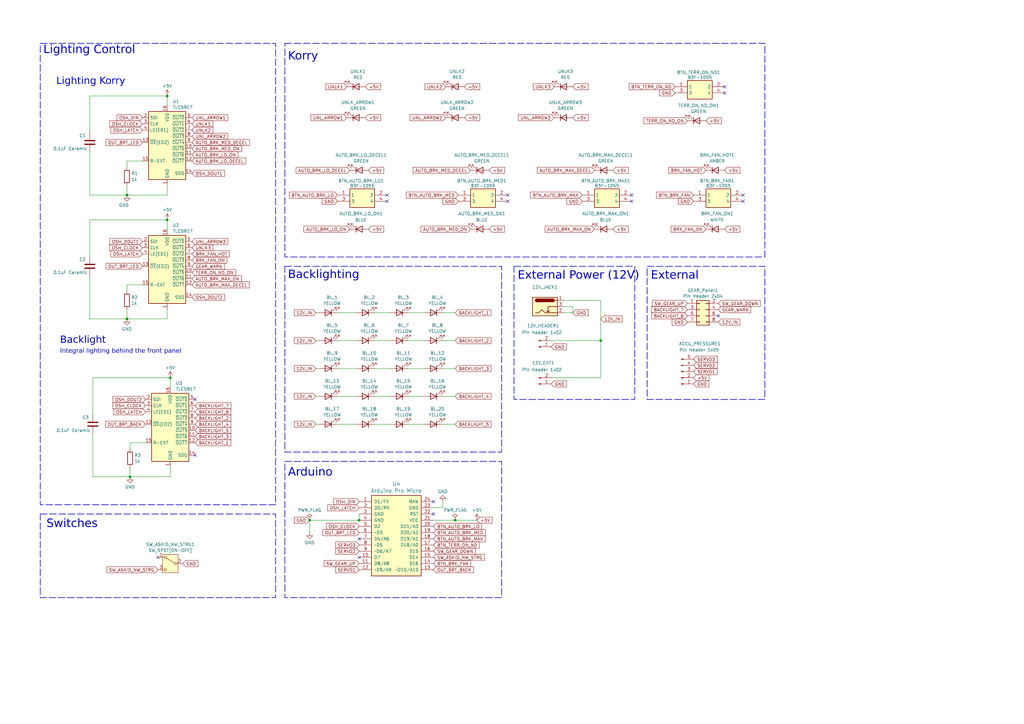
<source format=kicad_sch>
(kicad_sch (version 20231120) (generator "eeschema") (generator_version "8.0")
  (paper "A3")
  (title_block (title "AUTOBRAKE Panel") (date "2024-12-08") (rev "V1.0") (company "S.K.") (comment 1 "Connectors to GEAR Panel & ACCU PRESSure"))
  (lib_symbols
    (symbol "Arduino:Sparkfun_Pro_Micro" (pin_names (offset 1.016))
      (property "Reference" "U" (at -8.89 21.59 0))
      (property "Value" "Sparkfun_Pro_Micro" (at 0 19.05 0))
      (symbol "Sparkfun_Pro_Micro_1_1"
        (pin bidirectional line (at -15.24 15.24 0) (length 5.08) (name "D1/TX") (number "1"))
        (pin bidirectional line (at -15.24 -7.62 0) (length 5.08) (name "D7") (number "10"))
        (pin bidirectional line (at -15.24 -10.16 0) (length 5.08) (name "D8/A8") (number "11"))
        (pin bidirectional line (at -15.24 -12.7 0) (length 5.08) (name "~D9/A9") (number "12"))
        (pin bidirectional line (at 15.24 -12.7 180) (length 5.08) (name "~D10/A10") (number "13"))
        (pin bidirectional line (at 15.24 -10.16 180) (length 5.08) (name "D16") (number "14"))
        (pin bidirectional line (at 15.24 -7.62 180) (length 5.08) (name "D14") (number "15"))
        (pin bidirectional line (at 15.24 -5.08 180) (length 5.08) (name "D15") (number "16"))
        (pin bidirectional line (at 15.24 -2.54 180) (length 5.08) (name "D18/A0") (number "17"))
        (pin bidirectional line (at 15.24 0 180) (length 5.08) (name "D19/A1") (number "18"))
        (pin bidirectional line (at 15.24 2.54 180) (length 5.08) (name "D20/A2") (number "19"))
        (pin bidirectional line (at -15.24 12.7 0) (length 5.08) (name "D0/RX") (number "2"))
        (pin bidirectional line (at 15.24 5.08 180) (length 5.08) (name "D21/A3") (number "20"))
        (pin power_in line (at 15.24 7.62 180) (length 5.08) (name "VCC") (number "21"))
        (pin input line (at 15.24 10.16 180) (length 5.08) (name "RST") (number "22"))
        (pin power_in line (at 15.24 12.7 180) (length 5.08) (name "GND") (number "23"))
        (pin power_in line (at 15.24 15.24 180) (length 5.08) (name "RAW") (number "24"))
        (pin power_in line (at -15.24 10.16 0) (length 5.08) (name "GND") (number "3"))
        (pin power_in line (at -15.24 7.62 0) (length 5.08) (name "GND") (number "4"))
        (pin bidirectional line (at -15.24 5.08 0) (length 5.08) (name "D2") (number "5"))
        (pin bidirectional line (at -15.24 2.54 0) (length 5.08) (name "~D3") (number "6"))
        (pin bidirectional line (at -15.24 0 0) (length 5.08) (name "D4/A6") (number "7"))
        (pin bidirectional line (at -15.24 -2.54 0) (length 5.08) (name "~D5") (number "8"))
        (pin bidirectional line (at -15.24 -5.08 0) (length 5.08) (name "~D6/A7") (number "9"))
      )
    )
    (symbol "Connector:Barrel_Jack_Switch" (pin_names hide)
      (property "Reference" "J" (at 0 5.334 0))
      (property "Value" "Barrel_Jack_Switch" (at 0 -5.08 0))
      (symbol "Barrel_Jack_Switch_1_1"
        (pin passive line (at 7.62 2.54 180) (length 2.54) (name "~") (number "1"))
        (pin passive line (at 7.62 -2.54 180) (length 2.54) (name "~") (number "2"))
        (pin passive line (at 7.62 0 180) (length 2.54) (name "~") (number "3"))
      )
    )
    (symbol "Connector:Conn_01x02_Pin" (pin_names (offset 1.016) hide)
      (property "Reference" "J" (at 0 2.54 0))
      (property "Value" "Conn_01x02_Pin" (at 0 -5.08 0))
      (symbol "Conn_01x02_Pin_1_1"
        (pin passive line (at 5.08 0 180) (length 3.81) (name "Pin_1") (number "1"))
        (pin passive line (at 5.08 -2.54 180) (length 3.81) (name "Pin_2") (number "2"))
      )
    )
    (symbol "Connector:Conn_01x05_Pin" (pin_names (offset 1.016) hide)
      (property "Reference" "J" (at 0 7.62 0))
      (property "Value" "Conn_01x05_Pin" (at 0 -7.62 0))
      (symbol "Conn_01x05_Pin_1_1"
        (pin passive line (at 5.08 5.08 180) (length 3.81) (name "Pin_1") (number "1"))
        (pin passive line (at 5.08 2.54 180) (length 3.81) (name "Pin_2") (number "2"))
        (pin passive line (at 5.08 0 180) (length 3.81) (name "Pin_3") (number "3"))
        (pin passive line (at 5.08 -2.54 180) (length 3.81) (name "Pin_4") (number "4"))
        (pin passive line (at 5.08 -5.08 180) (length 3.81) (name "Pin_5") (number "5"))
      )
    )
    (symbol "Connector_Generic:Conn_02x04_Odd_Even" (pin_names (offset 1.016) hide)
      (property "Reference" "J" (at 1.27 5.08 0))
      (property "Value" "Conn_02x04_Odd_Even" (at 1.27 -7.62 0))
      (symbol "Conn_02x04_Odd_Even_1_1"
        (pin passive line (at -5.08 2.54 0) (length 3.81) (name "Pin_1") (number "1"))
        (pin passive line (at 7.62 2.54 180) (length 3.81) (name "Pin_2") (number "2"))
        (pin passive line (at -5.08 0 0) (length 3.81) (name "Pin_3") (number "3"))
        (pin passive line (at 7.62 0 180) (length 3.81) (name "Pin_4") (number "4"))
        (pin passive line (at -5.08 -2.54 0) (length 3.81) (name "Pin_5") (number "5"))
        (pin passive line (at 7.62 -2.54 180) (length 3.81) (name "Pin_6") (number "6"))
        (pin passive line (at -5.08 -5.08 0) (length 3.81) (name "Pin_7") (number "7"))
        (pin passive line (at 7.62 -5.08 180) (length 3.81) (name "Pin_8") (number "8"))
      )
    )
    (symbol "Device:C" (pin_numbers hide) (pin_names (offset 0.254))
      (property "Reference" "C" (at 0.635 2.54 0))
      (property "Value" "C" (at 0.635 -2.54 0))
      (symbol "C_1_1"
        (pin passive line (at 0 3.81 270) (length 2.794) (name "~") (number "1"))
        (pin passive line (at 0 -3.81 90) (length 2.794) (name "~") (number "2"))
      )
    )
    (symbol "Device:LED" (pin_numbers hide) (pin_names (offset 1.016) hide)
      (property "Reference" "D" (at 0 2.54 0))
      (property "Value" "LED" (at 0 -2.54 0))
      (symbol "LED_1_1"
        (pin passive line (at -3.81 0 0) (length 2.54) (name "K") (number "1"))
        (pin passive line (at 3.81 0 180) (length 2.54) (name "A") (number "2"))
      )
    )
    (symbol "Device:R" (pin_numbers hide) (pin_names (offset 0))
      (property "Reference" "R" (at 2.032 0 90))
      (property "Value" "R" (at 0 0 90))
      (symbol "R_1_1"
        (pin passive line (at 0 3.81 270) (length 1.27) (name "~") (number "1"))
        (pin passive line (at 0 -3.81 90) (length 1.27) (name "~") (number "2"))
      )
    )
    (symbol "Driver_LED:TLC5917"
      (property "Reference" "U" (at -7.62 13.97 0))
      (property "Value" "TLC5917" (at -7.62 -16.51 0))
      (symbol "TLC5917_1_0"
        (pin power_in line (at 0 -17.78 90) (length 2.54) (name "GND") (number "1"))
        (pin open_collector line (at 10.16 -2.54 180) (length 2.54) (name "~{OUT5}") (number "10"))
        (pin open_collector line (at 10.16 -5.08 180) (length 2.54) (name "~{OUT6}") (number "11"))
        (pin open_collector line (at 10.16 -7.62 180) (length 2.54) (name "~{OUT7}") (number "12"))
        (pin passive line (at -10.16 0 0) (length 2.54) (name "~{OE}(ED2)") (number "13"))
        (pin output line (at 10.16 -12.7 180) (length 2.54) (name "SDO") (number "14"))
        (pin input line (at -10.16 -7.62 0) (length 2.54) (name "R-EXT") (number "15"))
        (pin power_in line (at 0 15.24 270) (length 2.54) (name "VDD") (number "16"))
        (pin input line (at -10.16 10.16 0) (length 2.54) (name "SDI") (number "2"))
        (pin input line (at -10.16 7.62 0) (length 2.54) (name "CLK") (number "3"))
        (pin passive line (at -10.16 5.08 0) (length 2.54) (name "LE(ED1)") (number "4"))
        (pin open_collector line (at 10.16 10.16 180) (length 2.54) (name "~{OUT0}") (number "5"))
        (pin open_collector line (at 10.16 7.62 180) (length 2.54) (name "~{OUT1}") (number "6"))
        (pin open_collector line (at 10.16 5.08 180) (length 2.54) (name "~{OUT2}") (number "7"))
        (pin open_collector line (at 10.16 2.54 180) (length 2.54) (name "~{OUT3}") (number "8"))
        (pin open_collector line (at 10.16 0 180) (length 2.54) (name "~{OUT4}") (number "9"))
      )
    )
    (symbol "SamacSys_Parts:B3F-1055"
      (property "Reference" "SW" (at 5.588 7.62 0))
      (property "Value" "B3F-1055" (at 5.334 5.08 0))
      (symbol "B3F-1055_1_1"
        (pin passive line (at 20.32 -2.54 180) (length 5.08) (name "1") (number "1"))
        (pin passive line (at 0 -2.54 0) (length 5.08) (name "2") (number "2"))
        (pin passive line (at 20.32 0 180) (length 5.08) (name "3") (number "3"))
        (pin passive line (at 0 0 0) (length 5.08) (name "4") (number "4"))
      )
    )
    (symbol "Switch:SW_SPDT" (pin_names (offset 0) hide)
      (property "Reference" "SW" (at 0 5.08 0))
      (property "Value" "SW_SPDT" (at 0 -5.08 0))
      (symbol "SW_SPDT_1_1"
        (pin passive line (at 5.08 2.54 180) (length 2.54) (name "A") (number "1"))
        (pin passive line (at -5.08 0 0) (length 2.54) (name "B") (number "2"))
        (pin passive line (at 5.08 -2.54 180) (length 2.54) (name "C") (number "3"))
      )
    )
    (symbol "power:+5V" (power) (pin_numbers hide) (pin_names (offset 0) hide)
      (property "Value" "+5V" (at 0 3.556 0))
      (symbol "+5V_1_1"
        (pin power_in line (at 0 0 90) (length 0) (name "~") (number "1"))
      )
    )
    (symbol "power:GND" (power) (pin_numbers hide) (pin_names (offset 0) hide)
      (property "Value" "GND" (at 0 -3.81 0))
      (symbol "GND_1_1"
        (pin power_in line (at 0 0 270) (length 0) (name "~") (number "1"))
      )
    )
    (symbol "power:PWR_FLAG" (power) (pin_numbers hide) (pin_names (offset 0) hide)
      (property "Value" "PWR_FLAG" (at 0 3.81 0))
      (symbol "PWR_FLAG_0_0"
        (pin power_out line (at 0 0 90) (length 0) (name "~") (number "1"))
      )
    )
  )
  (junction (at 69.85 154.94))
  (junction (at 147.32 213.36))
  (junction (at 52.07 130.81))
  (junction (at 68.58 90.17))
  (junction (at 127 213.36))
  (junction (at 186.69 213.36))
  (junction (at 68.58 39.37))
  (junction (at 53.34 195.58))
  (junction (at 246.38 139.7))
  (junction (at 52.07 80.01))
  (no_connect (at 158.75 80.01))
  (no_connect (at 177.8 210.82))
  (no_connect (at 294.64 129.54))
  (no_connect (at 208.28 82.55))
  (no_connect (at 297.18 38.1))
  (no_connect (at 147.32 228.6))
  (no_connect (at 147.32 220.98))
  (no_connect (at 304.8 82.55))
  (no_connect (at 64.77 228.6))
  (no_connect (at 80.01 163.83))
  (no_connect (at 259.08 80.01))
  (no_connect (at 304.8 80.01))
  (no_connect (at 208.28 80.01))
  (no_connect (at 297.18 35.56))
  (no_connect (at 177.8 205.74))
  (no_connect (at 158.75 82.55))
  (no_connect (at 80.01 186.69))
  (no_connect (at 259.08 82.55))
  (wire (pts (xy 52.07 127) (xy 52.07 130.81)))
  (wire (pts (xy 246.38 123.19) (xy 246.38 139.7)))
  (wire (pts (xy 147.32 210.82) (xy 147.32 213.36)))
  (wire (pts (xy 138.43 139.7) (xy 146.05 139.7)))
  (wire (pts (xy 153.67 128.27) (xy 160.02 128.27)))
  (wire (pts (xy 181.61 162.56) (xy 186.69 162.56)))
  (wire (pts (xy 181.61 173.99) (xy 186.69 173.99)))
  (wire (pts (xy 52.07 80.01) (xy 68.58 80.01)))
  (wire (pts (xy 52.07 116.84) (xy 52.07 119.38)))
  (wire (pts (xy 36.83 80.01) (xy 52.07 80.01)))
  (wire (pts (xy 36.83 113.03) (xy 36.83 130.81)))
  (wire (pts (xy 130.81 162.56) (xy 129.54 162.56)))
  (wire (pts (xy 38.1 154.94) (xy 69.85 154.94)))
  (wire (pts (xy 68.58 90.17) (xy 68.58 93.98)))
  (wire (pts (xy 153.67 173.99) (xy 160.02 173.99)))
  (wire (pts (xy 127 213.36) (xy 147.32 213.36)))
  (wire (pts (xy 38.1 195.58) (xy 53.34 195.58)))
  (wire (pts (xy 231.14 123.19) (xy 246.38 123.19)))
  (wire (pts (xy 36.83 130.81) (xy 52.07 130.81)))
  (wire (pts (xy 177.8 213.36) (xy 186.69 213.36)))
  (wire (pts (xy 68.58 80.01) (xy 68.58 76.2)))
  (wire (pts (xy 52.07 76.2) (xy 52.07 80.01)))
  (wire (pts (xy 36.83 39.37) (xy 36.83 54.61)))
  (wire (pts (xy 231.14 128.27) (xy 234.95 128.27)))
  (wire (pts (xy 181.61 128.27) (xy 186.69 128.27)))
  (wire (pts (xy 226.06 139.7) (xy 246.38 139.7)))
  (wire (pts (xy 129.54 128.27) (xy 130.81 128.27)))
  (wire (pts (xy 181.61 208.28) (xy 181.61 205.74)))
  (wire (pts (xy 58.42 66.04) (xy 52.07 66.04)))
  (wire (pts (xy 53.34 191.77) (xy 53.34 195.58)))
  (wire (pts (xy 234.95 125.73) (xy 234.95 128.27)))
  (wire (pts (xy 138.43 128.27) (xy 146.05 128.27)))
  (wire (pts (xy 138.43 162.56) (xy 146.05 162.56)))
  (wire (pts (xy 167.64 139.7) (xy 173.99 139.7)))
  (wire (pts (xy 167.64 128.27) (xy 173.99 128.27)))
  (wire (pts (xy 68.58 130.81) (xy 68.58 127)))
  (wire (pts (xy 58.42 116.84) (xy 52.07 116.84)))
  (wire (pts (xy 153.67 162.56) (xy 160.02 162.56)))
  (wire (pts (xy 36.83 62.23) (xy 36.83 80.01)))
  (wire (pts (xy 130.81 139.7) (xy 129.54 139.7)))
  (wire (pts (xy 181.61 139.7) (xy 186.69 139.7)))
  (wire (pts (xy 53.34 181.61) (xy 53.34 184.15)))
  (wire (pts (xy 153.67 139.7) (xy 160.02 139.7)))
  (wire (pts (xy 68.58 39.37) (xy 68.58 43.18)))
  (wire (pts (xy 167.64 162.56) (xy 173.99 162.56)))
  (wire (pts (xy 231.14 125.73) (xy 234.95 125.73)))
  (wire (pts (xy 127 218.44) (xy 127 213.36)))
  (wire (pts (xy 246.38 154.94) (xy 246.38 139.7)))
  (wire (pts (xy 138.43 173.99) (xy 146.05 173.99)))
  (wire (pts (xy 52.07 66.04) (xy 52.07 68.58)))
  (wire (pts (xy 38.1 154.94) (xy 38.1 170.18)))
  (wire (pts (xy 153.67 151.13) (xy 160.02 151.13)))
  (wire (pts (xy 38.1 177.8) (xy 38.1 195.58)))
  (wire (pts (xy 36.83 39.37) (xy 68.58 39.37)))
  (wire (pts (xy 177.8 208.28) (xy 181.61 208.28)))
  (wire (pts (xy 167.64 151.13) (xy 173.99 151.13)))
  (wire (pts (xy 167.64 173.99) (xy 173.99 173.99)))
  (wire (pts (xy 52.07 130.81) (xy 68.58 130.81)))
  (wire (pts (xy 69.85 154.94) (xy 69.85 158.75)))
  (wire (pts (xy 36.83 90.17) (xy 36.83 105.41)))
  (wire (pts (xy 226.06 154.94) (xy 246.38 154.94)))
  (wire (pts (xy 181.61 151.13) (xy 186.69 151.13)))
  (wire (pts (xy 69.85 195.58) (xy 69.85 191.77)))
  (wire (pts (xy 186.69 213.36) (xy 195.58 213.36)))
  (wire (pts (xy 36.83 90.17) (xy 68.58 90.17)))
  (wire (pts (xy 130.81 173.99) (xy 129.54 173.99)))
  (wire (pts (xy 130.81 151.13) (xy 129.54 151.13)))
  (wire (pts (xy 138.43 151.13) (xy 146.05 151.13)))
  (wire (pts (xy 59.69 181.61) (xy 53.34 181.61)))
  (wire (pts (xy 53.34 195.58) (xy 69.85 195.58)))
  (rectangle (start 210.82 109.22) (end 260.35 163.83) (stroke (width 0.254) (type dash)))
  (rectangle (start 16.51 17.78) (end 113.03 207.01) (stroke (width 0.254) (type dash)))
  (rectangle (start 16.51 210.82) (end 113.03 245.11) (stroke (width 0.254) (type dash)))
  (rectangle (start 265.43 109.22) (end 313.69 163.83) (stroke (width 0.254) (type dash)))
  (rectangle (start 116.8399 109.22) (end 205.74 185.42) (stroke (width 0.254) (type dash)))
  (rectangle (start 116.84 189.23) (end 205.74 245.11) (stroke (width 0.254) (type dash)))
  (rectangle (start 116.84 17.78) (end 313.69 105.41) (stroke (width 0.254) (type dash)))
  (text "Backlighting" (at 118.11 111.76 0) (effects (font (size 3.3782 3.3782)) (justify left top)))
  (text "Arduino" (at 118.11 192.786 0) (effects (font (size 3.3782 3.3782)) (justify left top)))
  (text "Switches" (at 19.05 213.868 0) (effects (font (size 3.3782 3.3782)) (justify left top)))
  (text "Korry" (at 118.11 22.098 0) (effects (font (size 3.3782 3.3782)) (justify left top)))
  (text "External Power (12V)" (at 212.344 112.014 0) (effects (font (size 3.3782 3.3782)) (justify left top)))
  (text "Lighting Korry" (at 23.114 32.512 0) (effects (font (size 2.8956 2.8956)) (justify left top)))
  (text "Lighting Control" (at 17.78 19.4818 0) (effects (font (size 3.3782 3.3782)) (justify left top)))
  (text "Integral lighting behind the front panel" (at 24.638 143.5608 0) (effects (font (size 1.8288 1.8288)) (justify left top)))
  (text "Backlight" (at 24.638 138.684 0) (effects (font (size 2.8956 2.8956)) (justify left top)))
  (text "External" (at 266.954 112.014 0) (effects (font (size 3.3782 3.3782)) (justify left top)))
  (global_label "UNL_ARROW1" (shape input) (at 78.74 48.26 0) (property "Intersheetrefs" "${INTERSHEET_REFS}" (effects (hide yes))))
  (global_label "GND" (shape input) (at 281.94 132.08 180) (property "Intersheetrefs" "${INTERSHEET_REFS}" (effects (hide yes))))
  (global_label "+5V" (shape input) (at 297.18 93.98 0) (property "Intersheetrefs" "${INTERSHEET_REFS}" (effects (hide yes))))
  (global_label "OSH_DOUT1" (shape input) (at 78.74 71.12 0) (property "Intersheetrefs" "${INTERSHEET_REFS}" (effects (hide yes))))
  (global_label "SERVO3" (shape input) (at 147.32 223.52 180) (property "Intersheetrefs" "${INTERSHEET_REFS}" (effects (hide yes))))
  (global_label "12V_IN" (shape input) (at 129.54 173.99 180) (property "Intersheetrefs" "${INTERSHEET_REFS}" (effects (hide yes))))
  (global_label "SERVO1" (shape input) (at 284.48 152.4 0) (property "Intersheetrefs" "${INTERSHEET_REFS}" (effects (hide yes))))
  (global_label "GND" (shape input) (at 74.93 231.14 0) (property "Intersheetrefs" "${INTERSHEET_REFS}" (effects (hide yes))))
  (global_label "GND" (shape input) (at 187.96 82.55 180) (property "Intersheetrefs" "${INTERSHEET_REFS}" (effects (hide yes))))
  (global_label "SERVO3" (shape input) (at 284.48 147.32 0) (property "Intersheetrefs" "${INTERSHEET_REFS}" (effects (hide yes))))
  (global_label "+5V" (shape input) (at 200.66 69.85 0) (property "Intersheetrefs" "${INTERSHEET_REFS}" (effects (hide yes))))
  (global_label "BRK_FAN_HOT" (shape input) (at 289.56 69.85 180) (property "Intersheetrefs" "${INTERSHEET_REFS}" (effects (hide yes))))
  (global_label "+5V" (shape input) (at 284.48 154.94 0) (property "Intersheetrefs" "${INTERSHEET_REFS}" (effects (hide yes))))
  (global_label "+5V" (shape input) (at 195.58 213.36 0) (property "Intersheetrefs" "${INTERSHEET_REFS}" (effects (hide yes))))
  (global_label "BACKLIGHT_7" (shape input) (at 80.01 166.37 0) (property "Intersheetrefs" "${INTERSHEET_REFS}" (effects (hide yes))))
  (global_label "BRK_FAN_ON" (shape input) (at 289.56 93.98 180) (property "Intersheetrefs" "${INTERSHEET_REFS}" (effects (hide yes))))
  (global_label "BACKLIGHT_3" (shape input) (at 186.69 151.13 0) (property "Intersheetrefs" "${INTERSHEET_REFS}" (effects (hide yes))))
  (global_label "UNLK2" (shape input) (at 182.88 35.56 180) (property "Intersheetrefs" "${INTERSHEET_REFS}" (effects (hide yes))))
  (global_label "SW_GEAR_UP" (shape input) (at 147.32 231.14 180) (property "Intersheetrefs" "${INTERSHEET_REFS}" (effects (hide yes))))
  (global_label "+5V" (shape input) (at 149.86 48.26 0) (property "Intersheetrefs" "${INTERSHEET_REFS}" (effects (hide yes))))
  (global_label "+5V" (shape input) (at 234.95 35.56 0) (property "Intersheetrefs" "${INTERSHEET_REFS}" (effects (hide yes))))
  (global_label "GND" (shape input) (at 226.06 142.24 0) (property "Intersheetrefs" "${INTERSHEET_REFS}" (effects (hide yes))))
  (global_label "BACKLIGHT_1" (shape input) (at 186.69 128.27 0) (property "Intersheetrefs" "${INTERSHEET_REFS}" (effects (hide yes))))
  (global_label "SERVO2" (shape input) (at 284.48 149.86 0) (property "Intersheetrefs" "${INTERSHEET_REFS}" (effects (hide yes))))
  (global_label "AUTO_BRK_MED_ON" (shape input) (at 78.74 60.96 0) (property "Intersheetrefs" "${INTERSHEET_REFS}" (effects (hide yes))))
  (global_label "OSH_LATCH" (shape input) (at 147.32 208.28 180) (property "Intersheetrefs" "${INTERSHEET_REFS}" (effects (hide yes))))
  (global_label "+5V" (shape input) (at 234.95 48.26 0) (property "Intersheetrefs" "${INTERSHEET_REFS}" (effects (hide yes))))
  (global_label "GND" (shape input) (at 238.76 82.55 180) (property "Intersheetrefs" "${INTERSHEET_REFS}" (effects (hide yes))))
  (global_label "UNL_ARROW2" (shape input) (at 78.74 55.88 0) (property "Intersheetrefs" "${INTERSHEET_REFS}" (effects (hide yes))))
  (global_label "GND" (shape input) (at 276.86 38.1 180) (property "Intersheetrefs" "${INTERSHEET_REFS}" (effects (hide yes))))
  (global_label "OSH_CLOCK" (shape input) (at 147.32 215.9 180) (property "Intersheetrefs" "${INTERSHEET_REFS}" (effects (hide yes))))
  (global_label "+5V" (shape input) (at 151.13 69.85 0) (property "Intersheetrefs" "${INTERSHEET_REFS}" (effects (hide yes))))
  (global_label "BRK_FAN_ON" (shape input) (at 78.74 106.68 0) (property "Intersheetrefs" "${INTERSHEET_REFS}" (effects (hide yes))))
  (global_label "12V_IN" (shape input) (at 246.38 130.81 0) (property "Intersheetrefs" "${INTERSHEET_REFS}" (effects (hide yes))))
  (global_label "BTN_AUTO_BRK_LO" (shape input) (at 138.43 80.01 180) (property "Intersheetrefs" "${INTERSHEET_REFS}" (effects (hide yes))))
  (global_label "12V_IN" (shape input) (at 129.54 128.27 180) (property "Intersheetrefs" "${INTERSHEET_REFS}" (effects (hide yes))))
  (global_label "UNL_ARROW1" (shape input) (at 142.24 48.26 180) (property "Intersheetrefs" "${INTERSHEET_REFS}" (effects (hide yes))))
  (global_label "AUTO_BRK_LO_ON" (shape input) (at 78.74 63.5 0) (property "Intersheetrefs" "${INTERSHEET_REFS}" (effects (hide yes))))
  (global_label "OSH_LATCH" (shape input) (at 59.69 168.91 180) (property "Intersheetrefs" "${INTERSHEET_REFS}" (effects (hide yes))))
  (global_label "+5V" (shape input) (at 289.56 49.53 0) (property "Intersheetrefs" "${INTERSHEET_REFS}" (effects (hide yes))))
  (global_label "OSH_LATCH" (shape input) (at 58.42 53.34 180) (property "Intersheetrefs" "${INTERSHEET_REFS}" (effects (hide yes))))
  (global_label "UNLK1" (shape input) (at 142.24 35.56 180) (property "Intersheetrefs" "${INTERSHEET_REFS}" (effects (hide yes))))
  (global_label "AUTO_BRK_MAX_DECEL" (shape input) (at 78.74 116.84 0) (property "Intersheetrefs" "${INTERSHEET_REFS}" (effects (hide yes))))
  (global_label "UNL_ARROW3" (shape input) (at 78.74 99.06 0) (property "Intersheetrefs" "${INTERSHEET_REFS}" (effects (hide yes))))
  (global_label "+5V" (shape input) (at 190.5 35.56 0) (property "Intersheetrefs" "${INTERSHEET_REFS}" (effects (hide yes))))
  (global_label "BACKLIGHT_4" (shape input) (at 80.01 173.99 0) (property "Intersheetrefs" "${INTERSHEET_REFS}" (effects (hide yes))))
  (global_label "AUTO_BRK_MED_DECEL" (shape input) (at 193.04 69.85 180) (property "Intersheetrefs" "${INTERSHEET_REFS}" (effects (hide yes))))
  (global_label "BACKLIGHT_1" (shape input) (at 80.01 181.61 0) (property "Intersheetrefs" "${INTERSHEET_REFS}" (effects (hide yes))))
  (global_label "+5V" (shape input) (at 200.66 93.98 0) (property "Intersheetrefs" "${INTERSHEET_REFS}" (effects (hide yes))))
  (global_label "UNLK2" (shape input) (at 78.74 53.34 0) (property "Intersheetrefs" "${INTERSHEET_REFS}" (effects (hide yes))))
  (global_label "AUTO_BRK_MAX_ON" (shape input) (at 243.84 93.98 180) (property "Intersheetrefs" "${INTERSHEET_REFS}" (effects (hide yes))))
  (global_label "SW_ASKID_NW_STRG" (shape input) (at 177.8 228.6 0) (property "Intersheetrefs" "${INTERSHEET_REFS}" (effects (hide yes))))
  (global_label "BACKLIGHT_3" (shape input) (at 80.01 179.07 0) (property "Intersheetrefs" "${INTERSHEET_REFS}" (effects (hide yes))))
  (global_label "12V_IN" (shape input) (at 129.54 151.13 180) (property "Intersheetrefs" "${INTERSHEET_REFS}" (effects (hide yes))))
  (global_label "GND" (shape input) (at 226.06 157.48 0) (property "Intersheetrefs" "${INTERSHEET_REFS}" (effects (hide yes))))
  (global_label "OSH_DOUT2" (shape input) (at 59.69 163.83 180) (property "Intersheetrefs" "${INTERSHEET_REFS}" (effects (hide yes))))
  (global_label "BACKLIGHT_6" (shape input) (at 281.94 129.54 180) (property "Intersheetrefs" "${INTERSHEET_REFS}" (effects (hide yes))))
  (global_label "OUT_BRT_BACK" (shape input) (at 59.69 173.99 180) (property "Intersheetrefs" "${INTERSHEET_REFS}" (effects (hide yes))))
  (global_label "OSH_CLOCK" (shape input) (at 58.42 101.6 180) (property "Intersheetrefs" "${INTERSHEET_REFS}" (effects (hide yes))))
  (global_label "BTN_AUTO_BRK_LO" (shape input) (at 177.8 215.9 0) (property "Intersheetrefs" "${INTERSHEET_REFS}" (effects (hide yes))))
  (global_label "+5V" (shape input) (at 151.13 93.98 0) (property "Intersheetrefs" "${INTERSHEET_REFS}" (effects (hide yes))))
  (global_label "OSH_DIN" (shape input) (at 147.32 205.74 180) (property "Intersheetrefs" "${INTERSHEET_REFS}" (effects (hide yes))))
  (global_label "12V_IN" (shape input) (at 129.54 139.7 180) (property "Intersheetrefs" "${INTERSHEET_REFS}" (effects (hide yes))))
  (global_label "GND" (shape input) (at 138.43 82.55 180) (property "Intersheetrefs" "${INTERSHEET_REFS}" (effects (hide yes))))
  (global_label "BACKLIGHT_2" (shape input) (at 80.01 171.45 0) (property "Intersheetrefs" "${INTERSHEET_REFS}" (effects (hide yes))))
  (global_label "12V_IN" (shape input) (at 294.64 132.08 0) (property "Intersheetrefs" "${INTERSHEET_REFS}" (effects (hide yes))))
  (global_label "TERR_ON_ND_ON" (shape input) (at 78.74 111.76 0) (property "Intersheetrefs" "${INTERSHEET_REFS}" (effects (hide yes))))
  (global_label "+5V" (shape input) (at 251.46 93.98 0) (property "Intersheetrefs" "${INTERSHEET_REFS}" (effects (hide yes))))
  (global_label "OSH_DIN" (shape input) (at 58.42 48.26 180) (property "Intersheetrefs" "${INTERSHEET_REFS}" (effects (hide yes))))
  (global_label "12V_IN" (shape input) (at 129.54 162.56 180) (property "Intersheetrefs" "${INTERSHEET_REFS}" (effects (hide yes))))
  (global_label "BTN_AUTO_BRK_MAX" (shape input) (at 238.76 80.01 180) (property "Intersheetrefs" "${INTERSHEET_REFS}" (effects (hide yes))))
  (global_label "AUTO_BRK_LO_DECEL" (shape input) (at 143.51 69.85 180) (property "Intersheetrefs" "${INTERSHEET_REFS}" (effects (hide yes))))
  (global_label "UNL_ARROW3" (shape input) (at 227.33 48.26 180) (property "Intersheetrefs" "${INTERSHEET_REFS}" (effects (hide yes))))
  (global_label "AUTO_BRK_LO_ON" (shape input) (at 143.51 93.98 180) (property "Intersheetrefs" "${INTERSHEET_REFS}" (effects (hide yes))))
  (global_label "SW_GEAR_DOWN" (shape input) (at 177.8 226.06 0) (property "Intersheetrefs" "${INTERSHEET_REFS}" (effects (hide yes))))
  (global_label "SW_ASKID_NW_STRG" (shape input) (at 64.77 233.68 180) (property "Intersheetrefs" "${INTERSHEET_REFS}" (effects (hide yes))))
  (global_label "OSH_DOUT1" (shape input) (at 58.42 99.06 180) (property "Intersheetrefs" "${INTERSHEET_REFS}" (effects (hide yes))))
  (global_label "GND" (shape input) (at 127 213.36 180) (property "Intersheetrefs" "${INTERSHEET_REFS}" (effects (hide yes))))
  (global_label "AUTO_BRK_MED_DECEL" (shape input) (at 78.74 58.42 0) (property "Intersheetrefs" "${INTERSHEET_REFS}" (effects (hide yes))))
  (global_label "BACKLIGHT_5" (shape input) (at 80.01 176.53 0) (property "Intersheetrefs" "${INTERSHEET_REFS}" (effects (hide yes))))
  (global_label "GEAR_WARN" (shape input) (at 294.64 127 0) (property "Intersheetrefs" "${INTERSHEET_REFS}" (effects (hide yes))))
  (global_label "OSH_DOUT2" (shape input) (at 78.74 121.92 0) (property "Intersheetrefs" "${INTERSHEET_REFS}" (effects (hide yes))))
  (global_label "BTN_TERR_ON_ND" (shape input) (at 276.86 35.56 180) (property "Intersheetrefs" "${INTERSHEET_REFS}" (effects (hide yes))))
  (global_label "OUT_BRT_BACK" (shape input) (at 177.8 233.68 0) (property "Intersheetrefs" "${INTERSHEET_REFS}" (effects (hide yes))))
  (global_label "OSH_CLOCK" (shape input) (at 59.69 166.37 180) (property "Intersheetrefs" "${INTERSHEET_REFS}" (effects (hide yes))))
  (global_label "BACKLIGHT_7" (shape input) (at 281.94 127 180) (property "Intersheetrefs" "${INTERSHEET_REFS}" (effects (hide yes))))
  (global_label "GND" (shape input) (at 284.48 82.55 180) (property "Intersheetrefs" "${INTERSHEET_REFS}" (effects (hide yes))))
  (global_label "UNLK3" (shape input) (at 78.74 101.6 0) (property "Intersheetrefs" "${INTERSHEET_REFS}" (effects (hide yes))))
  (global_label "BTN_AUTO_BRK_MAX" (shape input) (at 177.8 220.98 0) (property "Intersheetrefs" "${INTERSHEET_REFS}" (effects (hide yes))))
  (global_label "BTN_TERR_ON_ND" (shape input) (at 177.8 223.52 0) (property "Intersheetrefs" "${INTERSHEET_REFS}" (effects (hide yes))))
  (global_label "BTN_BRK_FAN" (shape input) (at 177.8 231.14 0) (property "Intersheetrefs" "${INTERSHEET_REFS}" (effects (hide yes))))
  (global_label "SERVO1" (shape input) (at 147.32 233.68 180) (property "Intersheetrefs" "${INTERSHEET_REFS}" (effects (hide yes))))
  (global_label "SW_GEAR_UP" (shape input) (at 281.94 124.46 180) (property "Intersheetrefs" "${INTERSHEET_REFS}" (effects (hide yes))))
  (global_label "UNL_ARROW2" (shape input) (at 182.88 48.26 180) (property "Intersheetrefs" "${INTERSHEET_REFS}" (effects (hide yes))))
  (global_label "OUT_BRT_LED" (shape input) (at 58.42 58.42 180) (property "Intersheetrefs" "${INTERSHEET_REFS}" (effects (hide yes))))
  (global_label "BACKLIGHT_5" (shape input) (at 186.69 173.99 0) (property "Intersheetrefs" "${INTERSHEET_REFS}" (effects (hide yes))))
  (global_label "GND" (shape input) (at 234.95 128.27 0) (property "Intersheetrefs" "${INTERSHEET_REFS}" (effects (hide yes))))
  (global_label "OUT_BRT_LED" (shape input) (at 58.42 109.22 180) (property "Intersheetrefs" "${INTERSHEET_REFS}" (effects (hide yes))))
  (global_label "AUTO_BRK_MAX_DECEL" (shape input) (at 243.84 69.85 180) (property "Intersheetrefs" "${INTERSHEET_REFS}" (effects (hide yes))))
  (global_label "UNLK1" (shape input) (at 78.74 50.8 0) (property "Intersheetrefs" "${INTERSHEET_REFS}" (effects (hide yes))))
  (global_label "OSH_CLOCK" (shape input) (at 58.42 50.8 180) (property "Intersheetrefs" "${INTERSHEET_REFS}" (effects (hide yes))))
  (global_label "BACKLIGHT_6" (shape input) (at 80.01 168.91 0) (property "Intersheetrefs" "${INTERSHEET_REFS}" (effects (hide yes))))
  (global_label "+5V" (shape input) (at 297.18 69.85 0) (property "Intersheetrefs" "${INTERSHEET_REFS}" (effects (hide yes))))
  (global_label "SERVO2" (shape input) (at 147.32 226.06 180) (property "Intersheetrefs" "${INTERSHEET_REFS}" (effects (hide yes))))
  (global_label "AUTO_BRK_MED_ON" (shape input) (at 193.04 93.98 180) (property "Intersheetrefs" "${INTERSHEET_REFS}" (effects (hide yes))))
  (global_label "OUT_BRT_LED" (shape input) (at 147.32 218.44 180) (property "Intersheetrefs" "${INTERSHEET_REFS}" (effects (hide yes))))
  (global_label "SW_GEAR_DOWN" (shape input) (at 294.64 124.46 0) (property "Intersheetrefs" "${INTERSHEET_REFS}" (effects (hide yes))))
  (global_label "BTN_AUTO_BRK_MED" (shape input) (at 177.8 218.44 0) (property "Intersheetrefs" "${INTERSHEET_REFS}" (effects (hide yes))))
  (global_label "BTN_AUTO_BRK_MED" (shape input) (at 187.96 80.01 180) (property "Intersheetrefs" "${INTERSHEET_REFS}" (effects (hide yes))))
  (global_label "BACKLIGHT_4" (shape input) (at 186.69 162.56 0) (property "Intersheetrefs" "${INTERSHEET_REFS}" (effects (hide yes))))
  (global_label "OSH_LATCH" (shape input) (at 58.42 104.14 180) (property "Intersheetrefs" "${INTERSHEET_REFS}" (effects (hide yes))))
  (global_label "GEAR_WARN" (shape input) (at 78.74 109.22 0) (property "Intersheetrefs" "${INTERSHEET_REFS}" (effects (hide yes))))
  (global_label "UNLK3" (shape input) (at 227.33 35.56 180) (property "Intersheetrefs" "${INTERSHEET_REFS}" (effects (hide yes))))
  (global_label "AUTO_BRK_MAX_ON" (shape input) (at 78.74 114.3 0) (property "Intersheetrefs" "${INTERSHEET_REFS}" (effects (hide yes))))
  (global_label "BRK_FAN_HOT" (shape input) (at 78.74 104.14 0) (property "Intersheetrefs" "${INTERSHEET_REFS}" (effects (hide yes))))
  (global_label "BTN_BRK_FAN" (shape input) (at 284.48 80.01 180) (property "Intersheetrefs" "${INTERSHEET_REFS}" (effects (hide yes))))
  (global_label "TERR_ON_ND_ON" (shape input) (at 281.94 49.53 180) (property "Intersheetrefs" "${INTERSHEET_REFS}" (effects (hide yes))))
  (global_label "GND" (shape input) (at 284.48 157.48 0) (property "Intersheetrefs" "${INTERSHEET_REFS}" (effects (hide yes))))
  (global_label "+5V" (shape input) (at 251.46 69.85 0) (property "Intersheetrefs" "${INTERSHEET_REFS}" (effects (hide yes))))
  (global_label "BACKLIGHT_2" (shape input) (at 186.69 139.7 0) (property "Intersheetrefs" "${INTERSHEET_REFS}" (effects (hide yes))))
  (global_label "AUTO_BRK_LO_DECEL" (shape input) (at 78.74 66.04 0) (property "Intersheetrefs" "${INTERSHEET_REFS}" (effects (hide yes))))
  (global_label "+5V" (shape input) (at 149.86 35.56 0) (property "Intersheetrefs" "${INTERSHEET_REFS}" (effects (hide yes))))
  (global_label "+5V" (shape input) (at 190.5 48.26 0) (property "Intersheetrefs" "${INTERSHEET_REFS}" (effects (hide yes))))
  (symbol (lib_id "power:+5V") (at 68.58 90.17 0) (unit 1)
    (property "Reference" "#PWR07" (effects (hide yes)))
    (property "Value" "+5V" (at 68.58 86.0369 0))
    (property "Description" "Power symbol creates a global label with name \"+5V\"" (effects (hide yes)))
  )
  (symbol (lib_id "Connector:Barrel_Jack_Switch") (at 223.52 125.73 0) (unit 1)
    (property "Reference" "12V_JACK1" (at 223.52 117.7755 0))
    (property "Value" "Power Jack" (effects (hide yes)))
    (property "Footprint" "Connector_BarrelJack:BarrelJack_Horizontal" (effects (hide yes)))
    (property "Description" "DC Barrel Jack with an internal switch" (effects (hide yes)))
  )
  (symbol (lib_id "Device:LED") (at 149.86 128.27 180) (unit 1)
    (property "Reference" "BL_2" (at 151.4475 121.9665 0))
    (property "Value" "YELLOW" (at 151.4475 124.3908 0))
    (property "Footprint" "LED_THT:LED_D3.0mm" (effects (hide yes)))
    (property "Description" "Light emitting diode" (effects (hide yes)))
  )
  (symbol (lib_id "Connector:Conn_01x02_Pin") (at 220.98 142.24 0) (mirror x) (unit 1)
    (property "Reference" "12V_HEADER1" (at 222.758 133.604 0))
    (property "Value" "Pin Header 1x02" (at 222.25 136.398 0))
    (property "Footprint" "Connector_JST:JST_EH_B2B-EH-A_1x02_P2.50mm_Vertical" (effects (hide yes)))
    (property "Description" "Generic connector, single row, 01x02, script generated" (effects (hide yes)))
  )
  (symbol (lib_id "Device:LED") (at 163.83 173.99 180) (unit 1)
    (property "Reference" "BL_19" (at 165.4175 167.6865 0))
    (property "Value" "YELLOW" (at 165.4175 170.1108 0))
    (property "Footprint" "LED_THT:LED_D3.0mm" (effects (hide yes)))
    (property "Description" "Light emitting diode" (effects (hide yes)))
  )
  (symbol (lib_id "Device:R") (at 52.07 123.19 0) (unit 1)
    (property "Reference" "R2" (at 53.848 121.9778 0) (effects (justify left)))
    (property "Value" "1k" (at 53.848 124.4021 0) (effects (justify left)))
    (property "Footprint" "Resistor_THT:R_Axial_DIN0204_L3.6mm_D1.6mm_P5.08mm_Horizontal" (effects (hide yes)))
    (property "Description" "Resistor" (effects (hide yes)))
  )
  (symbol (lib_id "Device:LED") (at 177.8 139.7 180) (unit 1)
    (property "Reference" "BL_8" (at 179.3875 133.3965 0))
    (property "Value" "YELLOW" (at 179.3875 135.8208 0))
    (property "Footprint" "LED_THT:LED_D3.0mm" (effects (hide yes)))
    (property "Description" "Light emitting diode" (effects (hide yes)))
  )
  (symbol (lib_id "Device:LED") (at 186.69 48.26 0) (mirror x) (unit 1)
    (property "Reference" "UNLK_ARROW2" (at 187.452 42.0257 0))
    (property "Value" "GREEN" (at 187.452 44.45 0))
    (property "Footprint" "LED_THT:LED_D3.0mm" (effects (hide yes)))
    (property "Description" "Light emitting diode" (effects (hide yes)))
  )
  (symbol (lib_id "power:+5V") (at 68.58 39.37 0) (unit 1)
    (property "Reference" "#PWR06" (effects (hide yes)))
    (property "Value" "+5V" (at 68.58 35.2369 0))
    (property "Description" "Power symbol creates a global label with name \"+5V\"" (effects (hide yes)))
  )
  (symbol (lib_id "SamacSys_Parts:B3F-1055") (at 158.75 82.55 180) (unit 1)
    (property "Reference" "BTN_AUTO_BRK_LO1" (at 148.082 74.168 0))
    (property "Value" "B3F-1055" (at 148.59 76.2 0))
    (property "Footprint" "SamacSys_Parts:B3F1000" (effects (hide yes)))
    (property "Datasheet" "https://omronfs.omron.com/en_US/ecb/products/pdf/en-b3f.pdf" (effects (hide yes)))
    (property "Description" "OMRON ELECTRONIC COMPONENTS - B3F-1055 - SWITCH, TACTILE, SPST-NO, 50mA, THOUGH HOLE" (effects (hide yes)))
    (property "Mouser Part Number" "653-B3F-1055" (effects (hide yes)))
    (property "Mouser Price/Stock" "https://www.mouser.co.uk/ProductDetail/Omron-Electronics/B3F-1055?qs=1tDaWCEHQQ77i2BzV2Yqkw%3D%3D" (effects (hide yes)))
    (property "Manufacturer_Name" "Omron Electronics" (effects (hide yes)))
    (property "Manufacturer_Part_Number" "B3F-1055" (effects (hide yes)))
  )
  (symbol (lib_id "Driver_LED:TLC5917") (at 69.85 173.99 0) (unit 1)
    (property "Reference" "U3" (at 72.0441 157.1455 0) (effects (justify left)))
    (property "Value" "TLC5917" (at 72.0441 159.5698 0) (effects (justify left)))
    (property "Footprint" "Package_DIP:DIP-16_W7.62mm" (effects (hide yes)))
    (property "Datasheet" "https://www.ti.com/lit/ds/symlink/tlc5917.pdf" (effects (hide yes)))
    (property "Description" "8-Channel Constant-Current LED Sink Driver, Short to VLED detection" (effects (hide yes)))
  )
  (symbol (lib_id "Arduino:Sparkfun_Pro_Micro") (at 162.56 220.98 0) (unit 1)
    (property "Reference" "U4" (at 162.56 198.4426 0) (effects (font (size 1.524 1.524))))
    (property "Value" "Arduino Pro Micro" (at 162.56 201.2755 0) (effects (font (size 1.524 1.524))))
    (property "Footprint" "Arduino:Sparkfun_Pro_Micro" (effects (hide yes)))
    (property "Datasheet" "https://www.sparkfun.com/products/12640" (effects (hide yes)))
    (property "Description" "Sparkfun Pro Micro" (effects (hide yes)))
  )
  (symbol (lib_id "power:GND") (at 52.07 80.01 0) (unit 1)
    (property "Reference" "#PWR03" (effects (hide yes)))
    (property "Value" "GND" (at 50.8 84.1431 0))
    (property "Description" "Power symbol creates a global label with name \"GND\" , ground" (effects (hide yes)))
  )
  (symbol (lib_id "Connector_Generic:Conn_02x04_Odd_Even") (at 287.02 127 0) (unit 1)
    (property "Reference" "GEAR_Panel1" (at 288.29 119.126 0))
    (property "Value" "Pin Header 2x04" (at 288.29 121.4698 0))
    (property "Footprint" "Connector_IDC:IDC-Header_2x04_P2.54mm_Vertical" (effects (hide yes)))
    (property "Description" "Generic connector, double row, 02x04, odd/even pin numbering scheme (row 1 odd numbers, row 2 even numbers), script generated (kicad-library-utils/schlib/autogen/connector/)" (effects (hide yes)))
  )
  (symbol (lib_id "Switch:SW_SPDT") (at 69.85 231.14 0) (mirror y) (unit 1)
    (property "Reference" "SW_ASKID_NW_STRG1" (at 69.85 223.3125 0))
    (property "Value" "SW_SPDT[ON-OFF]" (at 69.85 225.7368 0))
    (property "Footprint" "SimPanel:T80-Z1" (effects (hide yes)))
    (property "Description" "Switch, single pole double throw" (effects (hide yes)))
  )
  (symbol (lib_id "Device:LED") (at 231.14 48.26 0) (mirror x) (unit 1)
    (property "Reference" "UNLK_ARROW3" (at 231.902 42.0257 0))
    (property "Value" "GREEN" (at 231.902 44.45 0))
    (property "Footprint" "LED_THT:LED_D3.0mm" (effects (hide yes)))
    (property "Description" "Light emitting diode" (effects (hide yes)))
  )
  (symbol (lib_id "SamacSys_Parts:B3F-1055") (at 304.8 82.55 180) (unit 1)
    (property "Reference" "BTN_BRK_FAN1" (at 294.132 74.168 0))
    (property "Value" "B3F-1055" (at 294.64 76.2 0))
    (property "Footprint" "SamacSys_Parts:B3F1000" (effects (hide yes)))
    (property "Datasheet" "https://omronfs.omron.com/en_US/ecb/products/pdf/en-b3f.pdf" (effects (hide yes)))
    (property "Description" "OMRON ELECTRONIC COMPONENTS - B3F-1055 - SWITCH, TACTILE, SPST-NO, 50mA, THOUGH HOLE" (effects (hide yes)))
    (property "Mouser Part Number" "653-B3F-1055" (effects (hide yes)))
    (property "Mouser Price/Stock" "https://www.mouser.co.uk/ProductDetail/Omron-Electronics/B3F-1055?qs=1tDaWCEHQQ77i2BzV2Yqkw%3D%3D" (effects (hide yes)))
    (property "Manufacturer_Name" "Omron Electronics" (effects (hide yes)))
    (property "Manufacturer_Part_Number" "B3F-1055" (effects (hide yes)))
  )
  (symbol (lib_id "Device:LED") (at 163.83 139.7 180) (unit 1)
    (property "Reference" "BL_7" (at 165.4175 133.3965 0))
    (property "Value" "YELLOW" (at 165.4175 135.8208 0))
    (property "Footprint" "LED_THT:LED_D3.0mm" (effects (hide yes)))
    (property "Description" "Light emitting diode" (effects (hide yes)))
  )
  (symbol (lib_id "Device:LED") (at 134.62 162.56 180) (unit 1)
    (property "Reference" "BL_13" (at 136.2075 156.2565 0))
    (property "Value" "YELLOW" (at 136.2075 158.6808 0))
    (property "Footprint" "LED_THT:LED_D3.0mm" (effects (hide yes)))
    (property "Description" "Light emitting diode" (effects (hide yes)))
  )
  (symbol (lib_id "Device:LED") (at 163.83 128.27 180) (unit 1)
    (property "Reference" "BL_3" (at 165.4175 121.9665 0))
    (property "Value" "YELLOW" (at 165.4175 124.3908 0))
    (property "Footprint" "LED_THT:LED_D3.0mm" (effects (hide yes)))
    (property "Description" "Light emitting diode" (effects (hide yes)))
  )
  (symbol (lib_id "Device:LED") (at 231.14 35.56 0) (mirror x) (unit 1)
    (property "Reference" "UNLK3" (at 231.902 29.3257 0))
    (property "Value" "RED" (at 231.902 31.75 0))
    (property "Footprint" "LED_THT:LED_D3.0mm" (effects (hide yes)))
    (property "Description" "Light emitting diode" (effects (hide yes)))
  )
  (symbol (lib_id "Device:LED") (at 186.69 35.56 0) (mirror x) (unit 1)
    (property "Reference" "UNLK2" (at 187.452 29.3257 0))
    (property "Value" "RED" (at 187.452 31.75 0))
    (property "Footprint" "LED_THT:LED_D3.0mm" (effects (hide yes)))
    (property "Description" "Light emitting diode" (effects (hide yes)))
  )
  (symbol (lib_id "Device:LED") (at 134.62 173.99 180) (unit 1)
    (property "Reference" "BL_17" (at 136.2075 167.6865 0))
    (property "Value" "YELLOW" (at 136.2075 170.1108 0))
    (property "Footprint" "LED_THT:LED_D3.0mm" (effects (hide yes)))
    (property "Description" "Light emitting diode" (effects (hide yes)))
  )
  (symbol (lib_id "Device:LED") (at 293.37 93.98 0) (mirror x) (unit 1)
    (property "Reference" "BRK_FAN_ON1" (at 294.132 87.63 0))
    (property "Value" "WHITE" (at 294.132 90.17 0))
    (property "Footprint" "LED_THT:LED_D3.0mm" (effects (hide yes)))
    (property "Description" "Light emitting diode" (effects (hide yes)))
  )
  (symbol (lib_id "Device:C") (at 36.83 58.42 0) (unit 1)
    (property "Reference" "C1" (at 32.512 55.626 0) (effects (justify left)))
    (property "Value" "0.1uF Ceramic" (at 21.844 60.96 0) (effects (justify left)))
    (property "Footprint" "Capacitor_THT:C_Disc_D3.0mm_W1.6mm_P2.50mm" (effects (hide yes)))
    (property "Description" "Unpolarized capacitor" (effects (hide yes)))
  )
  (symbol (lib_id "Device:R") (at 53.34 187.96 0) (unit 1)
    (property "Reference" "R3" (at 55.118 186.7478 0) (effects (justify left)))
    (property "Value" "1k" (at 55.118 189.1721 0) (effects (justify left)))
    (property "Footprint" "Resistor_THT:R_Axial_DIN0204_L3.6mm_D1.6mm_P5.08mm_Horizontal" (effects (hide yes)))
    (property "Description" "Resistor" (effects (hide yes)))
  )
  (symbol (lib_id "Device:LED") (at 149.86 162.56 180) (unit 1)
    (property "Reference" "BL_14" (at 151.4475 156.2565 0))
    (property "Value" "YELLOW" (at 151.4475 158.6808 0))
    (property "Footprint" "LED_THT:LED_D3.0mm" (effects (hide yes)))
    (property "Description" "Light emitting diode" (effects (hide yes)))
  )
  (symbol (lib_id "power:GND") (at 52.07 130.81 0) (unit 1)
    (property "Reference" "#PWR04" (effects (hide yes)))
    (property "Value" "GND" (at 52.07 134.9431 0))
    (property "Description" "Power symbol creates a global label with name \"GND\" , ground" (effects (hide yes)))
  )
  (symbol (lib_id "SamacSys_Parts:B3F-1055") (at 259.08 82.55 180) (unit 1)
    (property "Reference" "BTN_AUTO_BRK_MAX1" (at 248.412 74.168 0))
    (property "Value" "B3F-1055" (at 248.92 76.2 0))
    (property "Footprint" "SamacSys_Parts:B3F1000" (effects (hide yes)))
    (property "Datasheet" "https://omronfs.omron.com/en_US/ecb/products/pdf/en-b3f.pdf" (effects (hide yes)))
    (property "Description" "OMRON ELECTRONIC COMPONENTS - B3F-1055 - SWITCH, TACTILE, SPST-NO, 50mA, THOUGH HOLE" (effects (hide yes)))
    (property "Mouser Part Number" "653-B3F-1055" (effects (hide yes)))
    (property "Mouser Price/Stock" "https://www.mouser.co.uk/ProductDetail/Omron-Electronics/B3F-1055?qs=1tDaWCEHQQ77i2BzV2Yqkw%3D%3D" (effects (hide yes)))
    (property "Manufacturer_Name" "Omron Electronics" (effects (hide yes)))
    (property "Manufacturer_Part_Number" "B3F-1055" (effects (hide yes)))
  )
  (symbol (lib_id "Driver_LED:TLC5917") (at 68.58 109.22 0) (unit 1)
    (property "Reference" "U2" (at 70.7741 92.3755 0) (effects (justify left)))
    (property "Value" "TLC5917" (at 70.7741 94.7998 0) (effects (justify left)))
    (property "Footprint" "Package_DIP:DIP-16_W7.62mm" (effects (hide yes)))
    (property "Datasheet" "https://www.ti.com/lit/ds/symlink/tlc5917.pdf" (effects (hide yes)))
    (property "Description" "8-Channel Constant-Current LED Sink Driver, Short to VLED detection" (effects (hide yes)))
  )
  (symbol (lib_id "Connector:Conn_01x02_Pin") (at 220.98 157.48 0) (mirror x) (unit 1)
    (property "Reference" "12V_EXT1" (at 222.758 148.844 0))
    (property "Value" "Pin Header 1x02" (at 222.25 151.638 0))
    (property "Footprint" "Connector_JST:JST_EH_B2B-EH-A_1x02_P2.50mm_Vertical" (effects (hide yes)))
    (property "Description" "Generic connector, single row, 01x02, script generated" (effects (hide yes)))
  )
  (symbol (lib_id "power:GND") (at 53.34 195.58 0) (unit 1)
    (property "Reference" "#PWR05" (effects (hide yes)))
    (property "Value" "GND" (at 53.34 199.7131 0))
    (property "Description" "Power symbol creates a global label with name \"GND\" , ground" (effects (hide yes)))
  )
  (symbol (lib_id "Device:LED") (at 196.85 69.85 0) (mirror x) (unit 1)
    (property "Reference" "AUTO_BRK_MED_DECEL1" (at 197.612 63.6157 0))
    (property "Value" "GREEN" (at 197.612 66.04 0))
    (property "Footprint" "LED_THT:LED_D3.0mm" (effects (hide yes)))
    (property "Description" "Light emitting diode" (effects (hide yes)))
  )
  (symbol (lib_id "power:GND") (at 181.61 205.74 0) (mirror x) (unit 1)
    (property "Reference" "#PWR014" (effects (hide yes)))
    (property "Value" "GND" (at 181.61 201.6069 0))
    (property "Description" "Power symbol creates a global label with name \"GND\" , ground" (effects (hide yes)))
  )
  (symbol (lib_id "Device:LED") (at 177.8 173.99 180) (unit 1)
    (property "Reference" "BL_20" (at 179.3875 167.6865 0))
    (property "Value" "YELLOW" (at 179.3875 170.1108 0))
    (property "Footprint" "LED_THT:LED_D3.0mm" (effects (hide yes)))
    (property "Description" "Light emitting diode" (effects (hide yes)))
  )
  (symbol (lib_id "Device:LED") (at 134.62 128.27 180) (unit 1)
    (property "Reference" "BL_1" (at 136.2075 121.9665 0))
    (property "Value" "YELLOW" (at 136.2075 124.3908 0))
    (property "Footprint" "LED_THT:LED_D3.0mm" (effects (hide yes)))
    (property "Description" "Light emitting diode" (effects (hide yes)))
  )
  (symbol (lib_id "Device:LED") (at 177.8 151.13 180) (unit 1)
    (property "Reference" "BL_12" (at 179.3875 144.8265 0))
    (property "Value" "YELLOW" (at 179.3875 147.2508 0))
    (property "Footprint" "LED_THT:LED_D3.0mm" (effects (hide yes)))
    (property "Description" "Light emitting diode" (effects (hide yes)))
  )
  (symbol (lib_id "Device:LED") (at 147.32 93.98 0) (mirror x) (unit 1)
    (property "Reference" "AUTO_BRK_LO_ON1" (at 148.082 87.63 0))
    (property "Value" "BLUE" (at 148.082 90.17 0))
    (property "Footprint" "LED_THT:LED_D3.0mm" (effects (hide yes)))
    (property "Description" "Light emitting diode" (effects (hide yes)))
  )
  (symbol (lib_id "Connector:Conn_01x05_Pin") (at 279.4 152.4 0) (mirror x) (unit 1)
    (property "Reference" "ACCU_PRESSURE1" (at 287.02 140.97 0))
    (property "Value" "Pin Header 1x05" (at 286.766 143.51 0))
    (property "Footprint" "Connector_JST:JST_EH_B5B-EH-A_1x05_P2.50mm_Vertical" (effects (hide yes)))
    (property "Description" "Generic connector, single row, 01x05, script generated" (effects (hide yes)))
  )
  (symbol (lib_id "Device:LED") (at 149.86 139.7 180) (unit 1)
    (property "Reference" "BL_6" (at 151.4475 133.3965 0))
    (property "Value" "YELLOW" (at 151.4475 135.8208 0))
    (property "Footprint" "LED_THT:LED_D3.0mm" (effects (hide yes)))
    (property "Description" "Light emitting diode" (effects (hide yes)))
  )
  (symbol (lib_id "Device:LED") (at 149.86 173.99 180) (unit 1)
    (property "Reference" "BL_18" (at 151.4475 167.6865 0))
    (property "Value" "YELLOW" (at 151.4475 170.1108 0))
    (property "Footprint" "LED_THT:LED_D3.0mm" (effects (hide yes)))
    (property "Description" "Light emitting diode" (effects (hide yes)))
  )
  (symbol (lib_id "Device:LED") (at 147.32 69.85 0) (mirror x) (unit 1)
    (property "Reference" "AUTO_BRK_LO_DECEL1" (at 148.082 63.6157 0))
    (property "Value" "GREEN" (at 148.082 66.04 0))
    (property "Footprint" "LED_THT:LED_D3.0mm" (effects (hide yes)))
    (property "Description" "Light emitting diode" (effects (hide yes)))
  )
  (symbol (lib_id "Device:LED") (at 134.62 151.13 180) (unit 1)
    (property "Reference" "BL_9" (at 136.2075 144.8265 0))
    (property "Value" "YELLOW" (at 136.2075 147.2508 0))
    (property "Footprint" "LED_THT:LED_D3.0mm" (effects (hide yes)))
    (property "Description" "Light emitting diode" (effects (hide yes)))
  )
  (symbol (lib_id "Device:R") (at 52.07 72.39 0) (unit 1)
    (property "Reference" "R1" (at 53.848 71.1778 0) (effects (justify left)))
    (property "Value" "1k" (at 53.848 73.6021 0) (effects (justify left)))
    (property "Footprint" "Resistor_THT:R_Axial_DIN0204_L3.6mm_D1.6mm_P5.08mm_Horizontal" (effects (hide yes)))
    (property "Description" "Resistor" (effects (hide yes)))
  )
  (symbol (lib_id "power:+5V") (at 195.58 213.36 0) (unit 1)
    (property "Reference" "#PWR015" (effects (hide yes)))
    (property "Value" "+5V" (at 195.58 209.2269 0))
    (property "Description" "Power symbol creates a global label with name \"+5V\"" (effects (hide yes)))
  )
  (symbol (lib_id "Device:C") (at 36.83 109.22 0) (unit 1)
    (property "Reference" "C2" (at 32.512 106.426 0) (effects (justify left)))
    (property "Value" "0.1uF Ceramic" (at 21.844 111.76 0) (effects (justify left)))
    (property "Footprint" "Capacitor_THT:C_Disc_D3.0mm_W1.6mm_P2.50mm" (effects (hide yes)))
    (property "Description" "Unpolarized capacitor" (effects (hide yes)))
  )
  (symbol (lib_id "Device:LED") (at 196.85 93.98 0) (mirror x) (unit 1)
    (property "Reference" "AUTO_BRK_MED_ON1" (at 197.612 87.63 0))
    (property "Value" "BLUE" (at 197.612 90.17 0))
    (property "Footprint" "LED_THT:LED_D3.0mm" (effects (hide yes)))
    (property "Description" "Light emitting diode" (effects (hide yes)))
  )
  (symbol (lib_id "power:GND") (at 127 218.44 0) (mirror y) (unit 1)
    (property "Reference" "#PWR012" (effects (hide yes)))
    (property "Value" "GND" (at 127 222.5731 0))
    (property "Description" "Power symbol creates a global label with name \"GND\" , ground" (effects (hide yes)))
  )
  (symbol (lib_id "power:PWR_FLAG") (at 127 213.36 0) (unit 1)
    (property "Reference" "#FLG01" (effects (hide yes)))
    (property "Value" "PWR_FLAG" (at 127 209.2269 0))
    (property "Description" "Special symbol for telling ERC where power comes from" (effects (hide yes)))
  )
  (symbol (lib_id "Device:LED") (at 149.86 151.13 180) (unit 1)
    (property "Reference" "BL_10" (at 151.4475 144.8265 0))
    (property "Value" "YELLOW" (at 151.4475 147.2508 0))
    (property "Footprint" "LED_THT:LED_D3.0mm" (effects (hide yes)))
    (property "Description" "Light emitting diode" (effects (hide yes)))
  )
  (symbol (lib_id "SamacSys_Parts:B3F-1055") (at 208.28 82.55 180) (unit 1)
    (property "Reference" "BTN_AUTO_BRK_MED1" (at 197.612 74.168 0))
    (property "Value" "B3F-1055" (at 198.12 76.2 0))
    (property "Footprint" "SamacSys_Parts:B3F1000" (effects (hide yes)))
    (property "Datasheet" "https://omronfs.omron.com/en_US/ecb/products/pdf/en-b3f.pdf" (effects (hide yes)))
    (property "Description" "OMRON ELECTRONIC COMPONENTS - B3F-1055 - SWITCH, TACTILE, SPST-NO, 50mA, THOUGH HOLE" (effects (hide yes)))
    (property "Mouser Part Number" "653-B3F-1055" (effects (hide yes)))
    (property "Mouser Price/Stock" "https://www.mouser.co.uk/ProductDetail/Omron-Electronics/B3F-1055?qs=1tDaWCEHQQ77i2BzV2Yqkw%3D%3D" (effects (hide yes)))
    (property "Manufacturer_Name" "Omron Electronics" (effects (hide yes)))
    (property "Manufacturer_Part_Number" "B3F-1055" (effects (hide yes)))
  )
  (symbol (lib_id "Device:LED") (at 134.62 139.7 180) (unit 1)
    (property "Reference" "BL_5" (at 136.2075 133.3965 0))
    (property "Value" "YELLOW" (at 136.2075 135.8208 0))
    (property "Footprint" "LED_THT:LED_D3.0mm" (effects (hide yes)))
    (property "Description" "Light emitting diode" (effects (hide yes)))
  )
  (symbol (lib_id "power:PWR_FLAG") (at 186.69 213.36 0) (unit 1)
    (property "Reference" "#FLG02" (effects (hide yes)))
    (property "Value" "PWR_FLAG" (at 186.69 209.2269 0))
    (property "Description" "Special symbol for telling ERC where power comes from" (effects (hide yes)))
  )
  (symbol (lib_id "Device:LED") (at 293.37 69.85 0) (mirror x) (unit 1)
    (property "Reference" "BRK_FAN_HOT1" (at 294.132 63.6157 0))
    (property "Value" "AMBER" (at 294.132 66.04 0))
    (property "Footprint" "LED_THT:LED_D3.0mm" (effects (hide yes)))
    (property "Description" "Light emitting diode" (effects (hide yes)))
  )
  (symbol (lib_id "Device:LED") (at 247.65 69.85 0) (mirror x) (unit 1)
    (property "Reference" "AUTO_BRK_MAX_DECEL1" (at 248.412 63.6157 0))
    (property "Value" "GREEN" (at 248.412 66.04 0))
    (property "Footprint" "LED_THT:LED_D3.0mm" (effects (hide yes)))
    (property "Description" "Light emitting diode" (effects (hide yes)))
  )
  (symbol (lib_id "Device:LED") (at 247.65 93.98 0) (mirror x) (unit 1)
    (property "Reference" "AUTO_BRK_MAX_ON1" (at 248.412 87.63 0))
    (property "Value" "BLUE" (at 248.412 90.17 0))
    (property "Footprint" "LED_THT:LED_D3.0mm" (effects (hide yes)))
    (property "Description" "Light emitting diode" (effects (hide yes)))
  )
  (symbol (lib_id "SamacSys_Parts:B3F-1055") (at 297.18 38.1 180) (unit 1)
    (property "Reference" "BTN_TERR_ON_ND1" (at 286.512 29.718 0))
    (property "Value" "B3F-1055" (at 287.02 31.75 0))
    (property "Footprint" "SamacSys_Parts:B3F1000" (effects (hide yes)))
    (property "Datasheet" "https://omronfs.omron.com/en_US/ecb/products/pdf/en-b3f.pdf" (effects (hide yes)))
    (property "Description" "OMRON ELECTRONIC COMPONENTS - B3F-1055 - SWITCH, TACTILE, SPST-NO, 50mA, THOUGH HOLE" (effects (hide yes)))
    (property "Mouser Part Number" "653-B3F-1055" (effects (hide yes)))
    (property "Mouser Price/Stock" "https://www.mouser.co.uk/ProductDetail/Omron-Electronics/B3F-1055?qs=1tDaWCEHQQ77i2BzV2Yqkw%3D%3D" (effects (hide yes)))
    (property "Manufacturer_Name" "Omron Electronics" (effects (hide yes)))
    (property "Manufacturer_Part_Number" "B3F-1055" (effects (hide yes)))
  )
  (symbol (lib_id "Device:LED") (at 285.75 49.53 0) (mirror x) (unit 1)
    (property "Reference" "TERR_ON_ND_ON1" (at 286.512 43.2957 0))
    (property "Value" "GREEN" (at 286.512 45.72 0))
    (property "Footprint" "LED_THT:LED_D3.0mm" (effects (hide yes)))
    (property "Description" "Light emitting diode" (effects (hide yes)))
  )
  (symbol (lib_id "power:+5V") (at 69.85 154.94 0) (unit 1)
    (property "Reference" "#PWR08" (effects (hide yes)))
    (property "Value" "+5V" (at 69.85 150.8069 0))
    (property "Description" "Power symbol creates a global label with name \"+5V\"" (effects (hide yes)))
  )
  (symbol (lib_id "Driver_LED:TLC5917") (at 68.58 58.42 0) (unit 1)
    (property "Reference" "U1" (at 70.7741 41.5755 0) (effects (justify left)))
    (property "Value" "TLC5917" (at 70.7741 43.9998 0) (effects (justify left)))
    (property "Footprint" "Package_DIP:DIP-16_W7.62mm" (effects (hide yes)))
    (property "Datasheet" "https://www.ti.com/lit/ds/symlink/tlc5917.pdf" (effects (hide yes)))
    (property "Description" "8-Channel Constant-Current LED Sink Driver, Short to VLED detection" (effects (hide yes)))
  )
  (symbol (lib_id "Device:LED") (at 163.83 151.13 180) (unit 1)
    (property "Reference" "BL_11" (at 165.4175 144.8265 0))
    (property "Value" "YELLOW" (at 165.4175 147.2508 0))
    (property "Footprint" "LED_THT:LED_D3.0mm" (effects (hide yes)))
    (property "Description" "Light emitting diode" (effects (hide yes)))
  )
  (symbol (lib_id "Device:LED") (at 146.05 48.26 0) (mirror x) (unit 1)
    (property "Reference" "UNLK_ARROW1" (at 146.812 42.0257 0))
    (property "Value" "GREEN" (at 146.812 44.45 0))
    (property "Footprint" "LED_THT:LED_D3.0mm" (effects (hide yes)))
    (property "Description" "Light emitting diode" (effects (hide yes)))
  )
  (symbol (lib_id "Device:LED") (at 177.8 162.56 180) (unit 1)
    (property "Reference" "BL_16" (at 179.3875 156.2565 0))
    (property "Value" "YELLOW" (at 179.3875 158.6808 0))
    (property "Footprint" "LED_THT:LED_D3.0mm" (effects (hide yes)))
    (property "Description" "Light emitting diode" (effects (hide yes)))
  )
  (symbol (lib_id "Device:LED") (at 177.8 128.27 180) (unit 1)
    (property "Reference" "BL_4" (at 179.3875 121.9665 0))
    (property "Value" "YELLOW" (at 179.3875 124.3908 0))
    (property "Footprint" "LED_THT:LED_D3.0mm" (effects (hide yes)))
    (property "Description" "Light emitting diode" (effects (hide yes)))
  )
  (symbol (lib_id "Device:C") (at 38.1 173.99 0) (unit 1)
    (property "Reference" "C3" (at 33.782 171.196 0) (effects (justify left)))
    (property "Value" "0.1uF Ceramic" (at 23.114 176.53 0) (effects (justify left)))
    (property "Footprint" "Capacitor_THT:C_Disc_D3.0mm_W1.6mm_P2.50mm" (effects (hide yes)))
    (property "Description" "Unpolarized capacitor" (effects (hide yes)))
  )
  (symbol (lib_id "Device:LED") (at 163.83 162.56 180) (unit 1)
    (property "Reference" "BL_15" (at 165.4175 156.2565 0))
    (property "Value" "YELLOW" (at 165.4175 158.6808 0))
    (property "Footprint" "LED_THT:LED_D3.0mm" (effects (hide yes)))
    (property "Description" "Light emitting diode" (effects (hide yes)))
  )
  (symbol (lib_id "Device:LED") (at 146.05 35.56 0) (mirror x) (unit 1)
    (property "Reference" "UNLK1" (at 146.812 29.3257 0))
    (property "Value" "RED" (at 146.812 31.75 0))
    (property "Footprint" "LED_THT:LED_D3.0mm" (effects (hide yes)))
    (property "Description" "Light emitting diode" (effects (hide yes)))
  )
)
</source>
